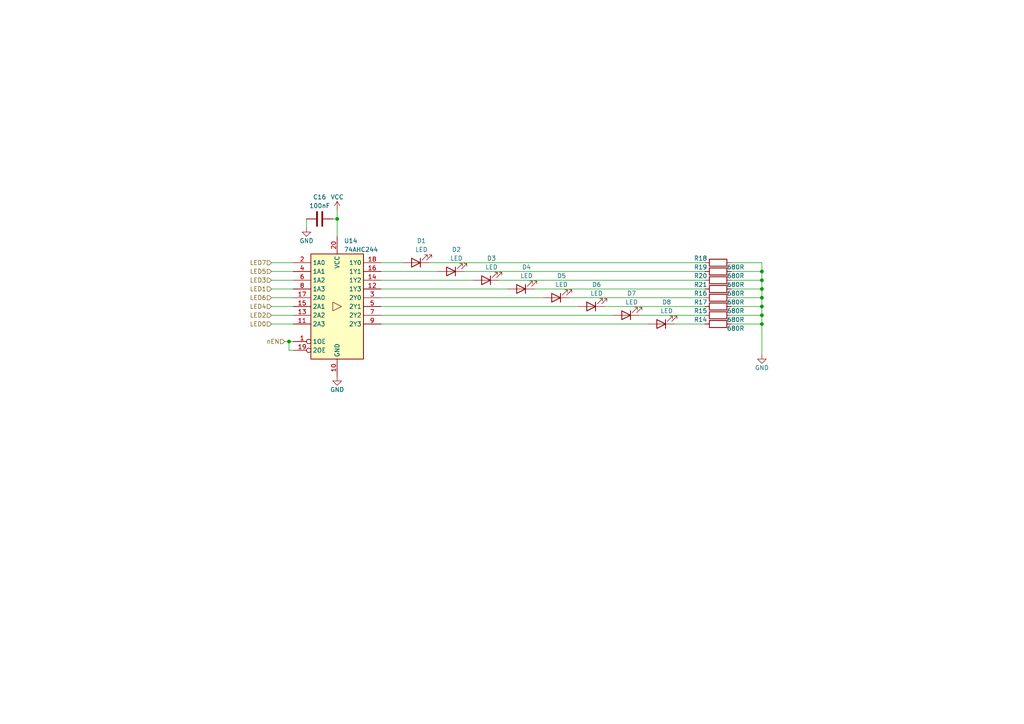
<source format=kicad_sch>
(kicad_sch (version 20230121) (generator eeschema)

  (uuid 545c9d6d-eef7-407d-8205-749828cf9da3)

  (paper "A4")

  (title_block
    (title "Paula's DCJ11 Hack")
    (date "2023-04-10")
    (rev "1.0")
  )

  (lib_symbols
    (symbol "74xx:74AHC244" (in_bom yes) (on_board yes)
      (property "Reference" "U" (at -7.62 16.51 0)
        (effects (font (size 1.27 1.27)))
      )
      (property "Value" "74AHC244" (at -7.62 -16.51 0)
        (effects (font (size 1.27 1.27)))
      )
      (property "Footprint" "" (at 0 0 0)
        (effects (font (size 1.27 1.27)) hide)
      )
      (property "Datasheet" "https://assets.nexperia.com/documents/data-sheet/74AHC_AHCT244.pdf" (at 0 0 0)
        (effects (font (size 1.27 1.27)) hide)
      )
      (property "ki_keywords" "AHCMOS BUFFER 3State" (at 0 0 0)
        (effects (font (size 1.27 1.27)) hide)
      )
      (property "ki_description" "8-bit Buffer/Line Driver 3-state" (at 0 0 0)
        (effects (font (size 1.27 1.27)) hide)
      )
      (property "ki_fp_filters" "TSSOP*4.4x6.5mm*P0.65mm* SSOP*4.4x6.5mm*P0.65mm*" (at 0 0 0)
        (effects (font (size 1.27 1.27)) hide)
      )
      (symbol "74AHC244_1_0"
        (polyline
          (pts
            (xy 1.27 0)
            (xy -1.27 1.27)
            (xy -1.27 -1.27)
            (xy 1.27 0)
          )
          (stroke (width 0.1524) (type default))
          (fill (type none))
        )
        (pin input inverted (at -12.7 -10.16 0) (length 5.08)
          (name "1OE" (effects (font (size 1.27 1.27))))
          (number "1" (effects (font (size 1.27 1.27))))
        )
        (pin power_in line (at 0 -20.32 90) (length 5.08)
          (name "GND" (effects (font (size 1.27 1.27))))
          (number "10" (effects (font (size 1.27 1.27))))
        )
        (pin input line (at -12.7 -5.08 0) (length 5.08)
          (name "2A3" (effects (font (size 1.27 1.27))))
          (number "11" (effects (font (size 1.27 1.27))))
        )
        (pin tri_state line (at 12.7 5.08 180) (length 5.08)
          (name "1Y3" (effects (font (size 1.27 1.27))))
          (number "12" (effects (font (size 1.27 1.27))))
        )
        (pin input line (at -12.7 -2.54 0) (length 5.08)
          (name "2A2" (effects (font (size 1.27 1.27))))
          (number "13" (effects (font (size 1.27 1.27))))
        )
        (pin tri_state line (at 12.7 7.62 180) (length 5.08)
          (name "1Y2" (effects (font (size 1.27 1.27))))
          (number "14" (effects (font (size 1.27 1.27))))
        )
        (pin input line (at -12.7 0 0) (length 5.08)
          (name "2A1" (effects (font (size 1.27 1.27))))
          (number "15" (effects (font (size 1.27 1.27))))
        )
        (pin tri_state line (at 12.7 10.16 180) (length 5.08)
          (name "1Y1" (effects (font (size 1.27 1.27))))
          (number "16" (effects (font (size 1.27 1.27))))
        )
        (pin input line (at -12.7 2.54 0) (length 5.08)
          (name "2A0" (effects (font (size 1.27 1.27))))
          (number "17" (effects (font (size 1.27 1.27))))
        )
        (pin tri_state line (at 12.7 12.7 180) (length 5.08)
          (name "1Y0" (effects (font (size 1.27 1.27))))
          (number "18" (effects (font (size 1.27 1.27))))
        )
        (pin input inverted (at -12.7 -12.7 0) (length 5.08)
          (name "2OE" (effects (font (size 1.27 1.27))))
          (number "19" (effects (font (size 1.27 1.27))))
        )
        (pin input line (at -12.7 12.7 0) (length 5.08)
          (name "1A0" (effects (font (size 1.27 1.27))))
          (number "2" (effects (font (size 1.27 1.27))))
        )
        (pin power_in line (at 0 20.32 270) (length 5.08)
          (name "VCC" (effects (font (size 1.27 1.27))))
          (number "20" (effects (font (size 1.27 1.27))))
        )
        (pin tri_state line (at 12.7 2.54 180) (length 5.08)
          (name "2Y0" (effects (font (size 1.27 1.27))))
          (number "3" (effects (font (size 1.27 1.27))))
        )
        (pin input line (at -12.7 10.16 0) (length 5.08)
          (name "1A1" (effects (font (size 1.27 1.27))))
          (number "4" (effects (font (size 1.27 1.27))))
        )
        (pin tri_state line (at 12.7 0 180) (length 5.08)
          (name "2Y1" (effects (font (size 1.27 1.27))))
          (number "5" (effects (font (size 1.27 1.27))))
        )
        (pin input line (at -12.7 7.62 0) (length 5.08)
          (name "1A2" (effects (font (size 1.27 1.27))))
          (number "6" (effects (font (size 1.27 1.27))))
        )
        (pin tri_state line (at 12.7 -2.54 180) (length 5.08)
          (name "2Y2" (effects (font (size 1.27 1.27))))
          (number "7" (effects (font (size 1.27 1.27))))
        )
        (pin input line (at -12.7 5.08 0) (length 5.08)
          (name "1A3" (effects (font (size 1.27 1.27))))
          (number "8" (effects (font (size 1.27 1.27))))
        )
        (pin tri_state line (at 12.7 -5.08 180) (length 5.08)
          (name "2Y3" (effects (font (size 1.27 1.27))))
          (number "9" (effects (font (size 1.27 1.27))))
        )
      )
      (symbol "74AHC244_1_1"
        (rectangle (start -7.62 15.24) (end 7.62 -15.24)
          (stroke (width 0.254) (type default))
          (fill (type background))
        )
      )
    )
    (symbol "Device:C" (pin_numbers hide) (pin_names (offset 0.254)) (in_bom yes) (on_board yes)
      (property "Reference" "C" (at 0.635 2.54 0)
        (effects (font (size 1.27 1.27)) (justify left))
      )
      (property "Value" "C" (at 0.635 -2.54 0)
        (effects (font (size 1.27 1.27)) (justify left))
      )
      (property "Footprint" "" (at 0.9652 -3.81 0)
        (effects (font (size 1.27 1.27)) hide)
      )
      (property "Datasheet" "~" (at 0 0 0)
        (effects (font (size 1.27 1.27)) hide)
      )
      (property "ki_keywords" "cap capacitor" (at 0 0 0)
        (effects (font (size 1.27 1.27)) hide)
      )
      (property "ki_description" "Unpolarized capacitor" (at 0 0 0)
        (effects (font (size 1.27 1.27)) hide)
      )
      (property "ki_fp_filters" "C_*" (at 0 0 0)
        (effects (font (size 1.27 1.27)) hide)
      )
      (symbol "C_0_1"
        (polyline
          (pts
            (xy -2.032 -0.762)
            (xy 2.032 -0.762)
          )
          (stroke (width 0.508) (type default))
          (fill (type none))
        )
        (polyline
          (pts
            (xy -2.032 0.762)
            (xy 2.032 0.762)
          )
          (stroke (width 0.508) (type default))
          (fill (type none))
        )
      )
      (symbol "C_1_1"
        (pin passive line (at 0 3.81 270) (length 2.794)
          (name "~" (effects (font (size 1.27 1.27))))
          (number "1" (effects (font (size 1.27 1.27))))
        )
        (pin passive line (at 0 -3.81 90) (length 2.794)
          (name "~" (effects (font (size 1.27 1.27))))
          (number "2" (effects (font (size 1.27 1.27))))
        )
      )
    )
    (symbol "Device:LED" (pin_numbers hide) (pin_names (offset 1.016) hide) (in_bom yes) (on_board yes)
      (property "Reference" "D" (at 0 2.54 0)
        (effects (font (size 1.27 1.27)))
      )
      (property "Value" "LED" (at 0 -2.54 0)
        (effects (font (size 1.27 1.27)))
      )
      (property "Footprint" "" (at 0 0 0)
        (effects (font (size 1.27 1.27)) hide)
      )
      (property "Datasheet" "~" (at 0 0 0)
        (effects (font (size 1.27 1.27)) hide)
      )
      (property "ki_keywords" "LED diode" (at 0 0 0)
        (effects (font (size 1.27 1.27)) hide)
      )
      (property "ki_description" "Light emitting diode" (at 0 0 0)
        (effects (font (size 1.27 1.27)) hide)
      )
      (property "ki_fp_filters" "LED* LED_SMD:* LED_THT:*" (at 0 0 0)
        (effects (font (size 1.27 1.27)) hide)
      )
      (symbol "LED_0_1"
        (polyline
          (pts
            (xy -1.27 -1.27)
            (xy -1.27 1.27)
          )
          (stroke (width 0.254) (type default))
          (fill (type none))
        )
        (polyline
          (pts
            (xy -1.27 0)
            (xy 1.27 0)
          )
          (stroke (width 0) (type default))
          (fill (type none))
        )
        (polyline
          (pts
            (xy 1.27 -1.27)
            (xy 1.27 1.27)
            (xy -1.27 0)
            (xy 1.27 -1.27)
          )
          (stroke (width 0.254) (type default))
          (fill (type none))
        )
        (polyline
          (pts
            (xy -3.048 -0.762)
            (xy -4.572 -2.286)
            (xy -3.81 -2.286)
            (xy -4.572 -2.286)
            (xy -4.572 -1.524)
          )
          (stroke (width 0) (type default))
          (fill (type none))
        )
        (polyline
          (pts
            (xy -1.778 -0.762)
            (xy -3.302 -2.286)
            (xy -2.54 -2.286)
            (xy -3.302 -2.286)
            (xy -3.302 -1.524)
          )
          (stroke (width 0) (type default))
          (fill (type none))
        )
      )
      (symbol "LED_1_1"
        (pin passive line (at -3.81 0 0) (length 2.54)
          (name "K" (effects (font (size 1.27 1.27))))
          (number "1" (effects (font (size 1.27 1.27))))
        )
        (pin passive line (at 3.81 0 180) (length 2.54)
          (name "A" (effects (font (size 1.27 1.27))))
          (number "2" (effects (font (size 1.27 1.27))))
        )
      )
    )
    (symbol "Device:R" (pin_numbers hide) (pin_names (offset 0)) (in_bom yes) (on_board yes)
      (property "Reference" "R" (at 2.032 0 90)
        (effects (font (size 1.27 1.27)))
      )
      (property "Value" "R" (at 0 0 90)
        (effects (font (size 1.27 1.27)))
      )
      (property "Footprint" "" (at -1.778 0 90)
        (effects (font (size 1.27 1.27)) hide)
      )
      (property "Datasheet" "~" (at 0 0 0)
        (effects (font (size 1.27 1.27)) hide)
      )
      (property "ki_keywords" "R res resistor" (at 0 0 0)
        (effects (font (size 1.27 1.27)) hide)
      )
      (property "ki_description" "Resistor" (at 0 0 0)
        (effects (font (size 1.27 1.27)) hide)
      )
      (property "ki_fp_filters" "R_*" (at 0 0 0)
        (effects (font (size 1.27 1.27)) hide)
      )
      (symbol "R_0_1"
        (rectangle (start -1.016 -2.54) (end 1.016 2.54)
          (stroke (width 0.254) (type default))
          (fill (type none))
        )
      )
      (symbol "R_1_1"
        (pin passive line (at 0 3.81 270) (length 1.27)
          (name "~" (effects (font (size 1.27 1.27))))
          (number "1" (effects (font (size 1.27 1.27))))
        )
        (pin passive line (at 0 -3.81 90) (length 1.27)
          (name "~" (effects (font (size 1.27 1.27))))
          (number "2" (effects (font (size 1.27 1.27))))
        )
      )
    )
    (symbol "power:GND" (power) (pin_names (offset 0)) (in_bom yes) (on_board yes)
      (property "Reference" "#PWR" (at 0 -6.35 0)
        (effects (font (size 1.27 1.27)) hide)
      )
      (property "Value" "GND" (at 0 -3.81 0)
        (effects (font (size 1.27 1.27)))
      )
      (property "Footprint" "" (at 0 0 0)
        (effects (font (size 1.27 1.27)) hide)
      )
      (property "Datasheet" "" (at 0 0 0)
        (effects (font (size 1.27 1.27)) hide)
      )
      (property "ki_keywords" "global power" (at 0 0 0)
        (effects (font (size 1.27 1.27)) hide)
      )
      (property "ki_description" "Power symbol creates a global label with name \"GND\" , ground" (at 0 0 0)
        (effects (font (size 1.27 1.27)) hide)
      )
      (symbol "GND_0_1"
        (polyline
          (pts
            (xy 0 0)
            (xy 0 -1.27)
            (xy 1.27 -1.27)
            (xy 0 -2.54)
            (xy -1.27 -1.27)
            (xy 0 -1.27)
          )
          (stroke (width 0) (type default))
          (fill (type none))
        )
      )
      (symbol "GND_1_1"
        (pin power_in line (at 0 0 270) (length 0) hide
          (name "GND" (effects (font (size 1.27 1.27))))
          (number "1" (effects (font (size 1.27 1.27))))
        )
      )
    )
    (symbol "power:VCC" (power) (pin_names (offset 0)) (in_bom yes) (on_board yes)
      (property "Reference" "#PWR" (at 0 -3.81 0)
        (effects (font (size 1.27 1.27)) hide)
      )
      (property "Value" "VCC" (at 0 3.81 0)
        (effects (font (size 1.27 1.27)))
      )
      (property "Footprint" "" (at 0 0 0)
        (effects (font (size 1.27 1.27)) hide)
      )
      (property "Datasheet" "" (at 0 0 0)
        (effects (font (size 1.27 1.27)) hide)
      )
      (property "ki_keywords" "global power" (at 0 0 0)
        (effects (font (size 1.27 1.27)) hide)
      )
      (property "ki_description" "Power symbol creates a global label with name \"VCC\"" (at 0 0 0)
        (effects (font (size 1.27 1.27)) hide)
      )
      (symbol "VCC_0_1"
        (polyline
          (pts
            (xy -0.762 1.27)
            (xy 0 2.54)
          )
          (stroke (width 0) (type default))
          (fill (type none))
        )
        (polyline
          (pts
            (xy 0 0)
            (xy 0 2.54)
          )
          (stroke (width 0) (type default))
          (fill (type none))
        )
        (polyline
          (pts
            (xy 0 2.54)
            (xy 0.762 1.27)
          )
          (stroke (width 0) (type default))
          (fill (type none))
        )
      )
      (symbol "VCC_1_1"
        (pin power_in line (at 0 0 90) (length 0) hide
          (name "VCC" (effects (font (size 1.27 1.27))))
          (number "1" (effects (font (size 1.27 1.27))))
        )
      )
    )
  )

  (junction (at 220.98 86.36) (diameter 0) (color 0 0 0 0)
    (uuid 03442bdd-675c-43c3-ad2d-3ab0dd8d1ef1)
  )
  (junction (at 83.82 99.06) (diameter 0) (color 0 0 0 0)
    (uuid 0a1e58a1-4193-4367-a6dc-db7396e88218)
  )
  (junction (at 220.98 78.74) (diameter 0) (color 0 0 0 0)
    (uuid 0cb55fd7-5496-4530-8e14-094335f07e15)
  )
  (junction (at 97.79 63.5) (diameter 0) (color 0 0 0 0)
    (uuid 6a5048d9-a778-4e06-80ed-89db1f44566c)
  )
  (junction (at 220.98 81.28) (diameter 0) (color 0 0 0 0)
    (uuid 8b18d4b6-1a26-4f80-9269-888096124a7c)
  )
  (junction (at 220.98 83.82) (diameter 0) (color 0 0 0 0)
    (uuid d3626cc0-6c2a-4c60-b1fb-24e915d1e858)
  )
  (junction (at 220.98 91.44) (diameter 0) (color 0 0 0 0)
    (uuid d5ec8a30-ef72-47f9-8c52-9897a696aca9)
  )
  (junction (at 220.98 88.9) (diameter 0) (color 0 0 0 0)
    (uuid e8893f87-9caf-4bc0-b477-5e2249b2a56b)
  )
  (junction (at 220.98 93.98) (diameter 0) (color 0 0 0 0)
    (uuid e9c43558-56a7-47e5-9e6d-fa94d9720058)
  )

  (wire (pts (xy 96.52 63.5) (xy 97.79 63.5))
    (stroke (width 0) (type default))
    (uuid 0ae54607-b446-4ec0-8419-64aa0e1382fd)
  )
  (wire (pts (xy 195.58 93.98) (xy 204.47 93.98))
    (stroke (width 0) (type default))
    (uuid 1208dac9-c498-4055-9e4a-0919f908d49d)
  )
  (wire (pts (xy 220.98 86.36) (xy 220.98 88.9))
    (stroke (width 0) (type default))
    (uuid 1af4031c-a2c3-4e03-bcbe-86fad6556c71)
  )
  (wire (pts (xy 97.79 60.96) (xy 97.79 63.5))
    (stroke (width 0) (type default))
    (uuid 216a7d18-66dc-4d91-97bb-8bedfb7b0109)
  )
  (wire (pts (xy 212.09 78.74) (xy 220.98 78.74))
    (stroke (width 0) (type default))
    (uuid 2d2ac5a0-f09f-44b1-b2ff-1ff9e83286d4)
  )
  (wire (pts (xy 78.74 88.9) (xy 85.09 88.9))
    (stroke (width 0) (type default))
    (uuid 2d7d24eb-9aef-4285-9f64-f2f95449ea86)
  )
  (wire (pts (xy 110.49 91.44) (xy 177.8 91.44))
    (stroke (width 0) (type default))
    (uuid 2fb5e771-4af9-40f5-9449-8c12fe12e603)
  )
  (wire (pts (xy 110.49 93.98) (xy 187.96 93.98))
    (stroke (width 0) (type default))
    (uuid 31076894-ab38-48df-8d1f-94b8fef89a33)
  )
  (wire (pts (xy 212.09 76.2) (xy 220.98 76.2))
    (stroke (width 0) (type default))
    (uuid 33a60f87-84c7-4ed6-adbc-fef5f57f8cc3)
  )
  (wire (pts (xy 97.79 63.5) (xy 97.79 68.58))
    (stroke (width 0) (type default))
    (uuid 3a85d899-3836-417a-8a40-8cef4f0ebfe7)
  )
  (wire (pts (xy 175.26 88.9) (xy 204.47 88.9))
    (stroke (width 0) (type default))
    (uuid 3b973fea-25da-4b6a-8a34-d6158a6871db)
  )
  (wire (pts (xy 220.98 88.9) (xy 220.98 91.44))
    (stroke (width 0) (type default))
    (uuid 3c6247dd-6c18-4903-b057-2ced68dc9597)
  )
  (wire (pts (xy 78.74 76.2) (xy 85.09 76.2))
    (stroke (width 0) (type default))
    (uuid 3d481cfb-e907-40f8-bfbb-c77b6ffcecd0)
  )
  (wire (pts (xy 78.74 81.28) (xy 85.09 81.28))
    (stroke (width 0) (type default))
    (uuid 515e79b9-e2eb-4af6-bea1-b385aa107a2a)
  )
  (wire (pts (xy 212.09 86.36) (xy 220.98 86.36))
    (stroke (width 0) (type default))
    (uuid 53a08a85-6f64-4399-a53c-53e4e9699a80)
  )
  (wire (pts (xy 212.09 81.28) (xy 220.98 81.28))
    (stroke (width 0) (type default))
    (uuid 5962256d-f3a4-49fa-96ca-97e8c18bc5f6)
  )
  (wire (pts (xy 220.98 78.74) (xy 220.98 81.28))
    (stroke (width 0) (type default))
    (uuid 5e969a9e-c90b-477f-875e-50c11579a674)
  )
  (wire (pts (xy 185.42 91.44) (xy 204.47 91.44))
    (stroke (width 0) (type default))
    (uuid 648ea332-0da2-46f1-81ca-be50b58ef45b)
  )
  (wire (pts (xy 220.98 93.98) (xy 220.98 102.87))
    (stroke (width 0) (type default))
    (uuid 65323c1c-38ca-4abe-9eb2-42a5bfeada7e)
  )
  (wire (pts (xy 78.74 83.82) (xy 85.09 83.82))
    (stroke (width 0) (type default))
    (uuid 665be007-0a86-46bb-b58b-9cceebb1ded8)
  )
  (wire (pts (xy 220.98 81.28) (xy 220.98 83.82))
    (stroke (width 0) (type default))
    (uuid 690bee50-a786-477c-8606-9fcc30ef6451)
  )
  (wire (pts (xy 110.49 76.2) (xy 116.84 76.2))
    (stroke (width 0) (type default))
    (uuid 71805ecf-0515-47cc-9a71-4b38ac6ae3cd)
  )
  (wire (pts (xy 220.98 91.44) (xy 220.98 93.98))
    (stroke (width 0) (type default))
    (uuid 75ec6478-5cf0-4fcc-9a4f-93daf9ae8165)
  )
  (wire (pts (xy 78.74 78.74) (xy 85.09 78.74))
    (stroke (width 0) (type default))
    (uuid 837474a3-677d-448b-abec-f50f0d237a59)
  )
  (wire (pts (xy 85.09 101.6) (xy 83.82 101.6))
    (stroke (width 0) (type default))
    (uuid 8e933dea-f9c1-4936-8d5a-fcfcd616fc74)
  )
  (wire (pts (xy 82.55 99.06) (xy 83.82 99.06))
    (stroke (width 0) (type default))
    (uuid 96b263af-e95f-45ae-ae0c-c7376cdf670e)
  )
  (wire (pts (xy 78.74 93.98) (xy 85.09 93.98))
    (stroke (width 0) (type default))
    (uuid 9c8e7897-b60f-43db-a6dc-eac6072d4ba5)
  )
  (wire (pts (xy 83.82 99.06) (xy 85.09 99.06))
    (stroke (width 0) (type default))
    (uuid 9f7e5846-f198-4216-9301-9dbbb6b5fad6)
  )
  (wire (pts (xy 212.09 83.82) (xy 220.98 83.82))
    (stroke (width 0) (type default))
    (uuid a07e4eae-03ca-4255-b14f-56b62c97992d)
  )
  (wire (pts (xy 144.78 81.28) (xy 204.47 81.28))
    (stroke (width 0) (type default))
    (uuid a1626eb1-242b-4fdf-b592-c9ec5f2e2ffb)
  )
  (wire (pts (xy 212.09 93.98) (xy 220.98 93.98))
    (stroke (width 0) (type default))
    (uuid a1ca9a13-3deb-4de2-9a45-48cc239103cb)
  )
  (wire (pts (xy 110.49 81.28) (xy 137.16 81.28))
    (stroke (width 0) (type default))
    (uuid ab182466-9bc7-45bd-ab25-d9c8de6c54b6)
  )
  (wire (pts (xy 212.09 91.44) (xy 220.98 91.44))
    (stroke (width 0) (type default))
    (uuid ab97f0fc-d461-4de6-b5ab-e39b72f89c09)
  )
  (wire (pts (xy 78.74 91.44) (xy 85.09 91.44))
    (stroke (width 0) (type default))
    (uuid aee7daf5-1974-4f97-85dc-d6a1536a44fe)
  )
  (wire (pts (xy 220.98 83.82) (xy 220.98 86.36))
    (stroke (width 0) (type default))
    (uuid b449b597-33ff-411f-a3b2-e68cd125f86e)
  )
  (wire (pts (xy 110.49 78.74) (xy 127 78.74))
    (stroke (width 0) (type default))
    (uuid b455979d-3071-4a0e-be24-0a8bc895d7f1)
  )
  (wire (pts (xy 134.62 78.74) (xy 204.47 78.74))
    (stroke (width 0) (type default))
    (uuid b768c0da-8b7d-405b-81c6-e2d8e8c6afbf)
  )
  (wire (pts (xy 110.49 86.36) (xy 157.48 86.36))
    (stroke (width 0) (type default))
    (uuid c18717ba-da24-4f38-8c9b-0662fd409b84)
  )
  (wire (pts (xy 83.82 101.6) (xy 83.82 99.06))
    (stroke (width 0) (type default))
    (uuid c6f0a1ee-bf6a-4afc-98b9-5e1b2e597ff5)
  )
  (wire (pts (xy 124.46 76.2) (xy 204.47 76.2))
    (stroke (width 0) (type default))
    (uuid c84b229a-9a1a-4879-9a30-e20c92f45b52)
  )
  (wire (pts (xy 165.1 86.36) (xy 204.47 86.36))
    (stroke (width 0) (type default))
    (uuid cae88774-43e1-4527-b29e-de5578c92ac0)
  )
  (wire (pts (xy 110.49 88.9) (xy 167.64 88.9))
    (stroke (width 0) (type default))
    (uuid d8bae026-aee1-49b3-87f9-0df012afd79e)
  )
  (wire (pts (xy 220.98 76.2) (xy 220.98 78.74))
    (stroke (width 0) (type default))
    (uuid df12b2e7-c023-472c-a036-9e6204ad8cd1)
  )
  (wire (pts (xy 78.74 86.36) (xy 85.09 86.36))
    (stroke (width 0) (type default))
    (uuid e1681f9e-5ccb-455f-82d9-5a3d70308fb9)
  )
  (wire (pts (xy 212.09 88.9) (xy 220.98 88.9))
    (stroke (width 0) (type default))
    (uuid e5cfd4c9-ba6f-4af5-bc6a-e9c05592f435)
  )
  (wire (pts (xy 154.94 83.82) (xy 204.47 83.82))
    (stroke (width 0) (type default))
    (uuid f601bc5d-c0c4-4871-bc60-959ec0a9f418)
  )
  (wire (pts (xy 110.49 83.82) (xy 147.32 83.82))
    (stroke (width 0) (type default))
    (uuid f6874ffd-21c3-44f2-b912-183bc0b21fae)
  )
  (wire (pts (xy 88.9 63.5) (xy 88.9 66.04))
    (stroke (width 0) (type default))
    (uuid fec82f71-5420-4393-a92b-5a5e87057a0d)
  )

  (hierarchical_label "LED3" (shape input) (at 78.74 81.28 180) (fields_autoplaced)
    (effects (font (size 1.27 1.27)) (justify right))
    (uuid 2726cbbf-36f7-4643-8cf7-1ac30498daea)
  )
  (hierarchical_label "LED4" (shape input) (at 78.74 88.9 180) (fields_autoplaced)
    (effects (font (size 1.27 1.27)) (justify right))
    (uuid 3a7097fa-c5e3-4da2-a66d-2d4b1db74a99)
  )
  (hierarchical_label "LED1" (shape input) (at 78.74 83.82 180) (fields_autoplaced)
    (effects (font (size 1.27 1.27)) (justify right))
    (uuid 6aff2af5-7b68-4e82-a926-24832ccd0a7e)
  )
  (hierarchical_label "LED6" (shape input) (at 78.74 86.36 180) (fields_autoplaced)
    (effects (font (size 1.27 1.27)) (justify right))
    (uuid 76d6edfd-1785-4697-9d2c-a66cb89f19b0)
  )
  (hierarchical_label "LED0" (shape input) (at 78.74 93.98 180) (fields_autoplaced)
    (effects (font (size 1.27 1.27)) (justify right))
    (uuid 812c0f13-dc7b-4ed8-b795-5c87fa244f2d)
  )
  (hierarchical_label "LED5" (shape input) (at 78.74 78.74 180) (fields_autoplaced)
    (effects (font (size 1.27 1.27)) (justify right))
    (uuid a0603183-5990-4149-8433-91c5b3ccf3f1)
  )
  (hierarchical_label "LED2" (shape input) (at 78.74 91.44 180) (fields_autoplaced)
    (effects (font (size 1.27 1.27)) (justify right))
    (uuid b00dc0dd-9ea4-4faf-870b-6a53ea479fa2)
  )
  (hierarchical_label "LED7" (shape input) (at 78.74 76.2 180) (fields_autoplaced)
    (effects (font (size 1.27 1.27)) (justify right))
    (uuid b76e7dab-266b-43e3-a4f8-0771a2240e98)
  )
  (hierarchical_label "nEN" (shape input) (at 82.55 99.06 180) (fields_autoplaced)
    (effects (font (size 1.27 1.27)) (justify right))
    (uuid ec4afa24-9b92-46c6-91f1-3e38770992c3)
  )

  (symbol (lib_id "Device:R") (at 208.28 86.36 90) (unit 1)
    (in_bom yes) (on_board yes) (dnp no)
    (uuid 33aead11-8bf8-413f-9466-57d402e55bd4)
    (property "Reference" "R16" (at 203.2 85.09 90)
      (effects (font (size 1.27 1.27)))
    )
    (property "Value" "680R" (at 213.36 87.63 90)
      (effects (font (size 1.27 1.27)))
    )
    (property "Footprint" "Resistor_SMD:R_0603_1608Metric_Pad0.98x0.95mm_HandSolder" (at 208.28 88.138 90)
      (effects (font (size 1.27 1.27)) hide)
    )
    (property "Datasheet" "~" (at 208.28 86.36 0)
      (effects (font (size 1.27 1.27)) hide)
    )
    (pin "1" (uuid 793fb4f3-256b-4af8-bdda-2ab15062072f))
    (pin "2" (uuid 1c2fd8bf-fb75-454e-9681-c183c5fc29dd))
    (instances
      (project "J11HackPlus"
        (path "/892b6a29-554f-4547-9bb6-4be0a5471889/3f0f0fd8-f750-4fce-9e38-d23ddbc58b1c"
          (reference "R16") (unit 1)
        )
        (path "/892b6a29-554f-4547-9bb6-4be0a5471889/fda53b4e-6d8e-483b-b033-5eae1bb403b6"
          (reference "R34") (unit 1)
        )
        (path "/892b6a29-554f-4547-9bb6-4be0a5471889/be5cb806-e447-4146-b753-64e141732362"
          (reference "R50") (unit 1)
        )
        (path "/892b6a29-554f-4547-9bb6-4be0a5471889/d22a2d49-2056-412a-80a8-5026e39d78b5"
          (reference "R42") (unit 1)
        )
        (path "/892b6a29-554f-4547-9bb6-4be0a5471889/b52111c2-2c91-4fbd-a551-f27746ca2680"
          (reference "R58") (unit 1)
        )
      )
    )
  )

  (symbol (lib_id "Device:LED") (at 161.29 86.36 180) (unit 1)
    (in_bom yes) (on_board yes) (dnp no) (fields_autoplaced)
    (uuid 36fd602c-6e37-435b-9d2f-0e75aab272a3)
    (property "Reference" "D5" (at 162.8775 80.01 0)
      (effects (font (size 1.27 1.27)))
    )
    (property "Value" "LED" (at 162.8775 82.55 0)
      (effects (font (size 1.27 1.27)))
    )
    (property "Footprint" "LED_SMD:LED_0805_2012Metric_Pad1.15x1.40mm_HandSolder" (at 161.29 86.36 0)
      (effects (font (size 1.27 1.27)) hide)
    )
    (property "Datasheet" "~" (at 161.29 86.36 0)
      (effects (font (size 1.27 1.27)) hide)
    )
    (pin "1" (uuid 5ad35d53-8846-4cc8-a10b-316435b35390))
    (pin "2" (uuid a13d1b9f-e669-43c0-9541-cac62c658286))
    (instances
      (project "J11HackPlus"
        (path "/892b6a29-554f-4547-9bb6-4be0a5471889/3f0f0fd8-f750-4fce-9e38-d23ddbc58b1c"
          (reference "D5") (unit 1)
        )
        (path "/892b6a29-554f-4547-9bb6-4be0a5471889/fda53b4e-6d8e-483b-b033-5eae1bb403b6"
          (reference "D21") (unit 1)
        )
        (path "/892b6a29-554f-4547-9bb6-4be0a5471889/be5cb806-e447-4146-b753-64e141732362"
          (reference "D37") (unit 1)
        )
        (path "/892b6a29-554f-4547-9bb6-4be0a5471889/d22a2d49-2056-412a-80a8-5026e39d78b5"
          (reference "D29") (unit 1)
        )
        (path "/892b6a29-554f-4547-9bb6-4be0a5471889/b52111c2-2c91-4fbd-a551-f27746ca2680"
          (reference "D45") (unit 1)
        )
      )
    )
  )

  (symbol (lib_id "Device:R") (at 208.28 76.2 90) (unit 1)
    (in_bom yes) (on_board yes) (dnp no)
    (uuid 3e9588da-b97e-44ec-a42b-e5a7979f5520)
    (property "Reference" "R18" (at 203.2 74.93 90)
      (effects (font (size 1.27 1.27)))
    )
    (property "Value" "680R" (at 213.36 77.47 90)
      (effects (font (size 1.27 1.27)))
    )
    (property "Footprint" "Resistor_SMD:R_0603_1608Metric_Pad0.98x0.95mm_HandSolder" (at 208.28 77.978 90)
      (effects (font (size 1.27 1.27)) hide)
    )
    (property "Datasheet" "~" (at 208.28 76.2 0)
      (effects (font (size 1.27 1.27)) hide)
    )
    (pin "1" (uuid 3f80abc5-3c88-4a1a-85f5-9039767cb62f))
    (pin "2" (uuid 73db96f2-167f-431e-bd77-0be949f1bc9c))
    (instances
      (project "J11HackPlus"
        (path "/892b6a29-554f-4547-9bb6-4be0a5471889/3f0f0fd8-f750-4fce-9e38-d23ddbc58b1c"
          (reference "R18") (unit 1)
        )
        (path "/892b6a29-554f-4547-9bb6-4be0a5471889/fda53b4e-6d8e-483b-b033-5eae1bb403b6"
          (reference "R30") (unit 1)
        )
        (path "/892b6a29-554f-4547-9bb6-4be0a5471889/be5cb806-e447-4146-b753-64e141732362"
          (reference "R46") (unit 1)
        )
        (path "/892b6a29-554f-4547-9bb6-4be0a5471889/d22a2d49-2056-412a-80a8-5026e39d78b5"
          (reference "R38") (unit 1)
        )
        (path "/892b6a29-554f-4547-9bb6-4be0a5471889/b52111c2-2c91-4fbd-a551-f27746ca2680"
          (reference "R54") (unit 1)
        )
      )
    )
  )

  (symbol (lib_id "Device:LED") (at 181.61 91.44 180) (unit 1)
    (in_bom yes) (on_board yes) (dnp no) (fields_autoplaced)
    (uuid 45c6c769-0d2d-4207-bbcb-cd409b3857fd)
    (property "Reference" "D7" (at 183.1975 85.09 0)
      (effects (font (size 1.27 1.27)))
    )
    (property "Value" "LED" (at 183.1975 87.63 0)
      (effects (font (size 1.27 1.27)))
    )
    (property "Footprint" "LED_SMD:LED_0805_2012Metric_Pad1.15x1.40mm_HandSolder" (at 181.61 91.44 0)
      (effects (font (size 1.27 1.27)) hide)
    )
    (property "Datasheet" "~" (at 181.61 91.44 0)
      (effects (font (size 1.27 1.27)) hide)
    )
    (pin "1" (uuid ba948ee9-6bf9-4afc-83a1-350e1ecf82ce))
    (pin "2" (uuid e9400941-3b6b-4924-a647-2848bf846f17))
    (instances
      (project "J11HackPlus"
        (path "/892b6a29-554f-4547-9bb6-4be0a5471889/3f0f0fd8-f750-4fce-9e38-d23ddbc58b1c"
          (reference "D7") (unit 1)
        )
        (path "/892b6a29-554f-4547-9bb6-4be0a5471889/fda53b4e-6d8e-483b-b033-5eae1bb403b6"
          (reference "D23") (unit 1)
        )
        (path "/892b6a29-554f-4547-9bb6-4be0a5471889/be5cb806-e447-4146-b753-64e141732362"
          (reference "D39") (unit 1)
        )
        (path "/892b6a29-554f-4547-9bb6-4be0a5471889/d22a2d49-2056-412a-80a8-5026e39d78b5"
          (reference "D31") (unit 1)
        )
        (path "/892b6a29-554f-4547-9bb6-4be0a5471889/b52111c2-2c91-4fbd-a551-f27746ca2680"
          (reference "D47") (unit 1)
        )
      )
    )
  )

  (symbol (lib_id "power:VCC") (at 97.79 60.96 0) (unit 1)
    (in_bom yes) (on_board yes) (dnp no) (fields_autoplaced)
    (uuid 6ea11bb1-e17e-412d-ba78-bd710f5ee4d3)
    (property "Reference" "#PWR073" (at 97.79 64.77 0)
      (effects (font (size 1.27 1.27)) hide)
    )
    (property "Value" "VCC" (at 97.79 57.15 0)
      (effects (font (size 1.27 1.27)))
    )
    (property "Footprint" "" (at 97.79 60.96 0)
      (effects (font (size 1.27 1.27)) hide)
    )
    (property "Datasheet" "" (at 97.79 60.96 0)
      (effects (font (size 1.27 1.27)) hide)
    )
    (pin "1" (uuid d66130b5-4c2a-46ce-89b0-b8c5c3364e1e))
    (instances
      (project "J11HackPlus"
        (path "/892b6a29-554f-4547-9bb6-4be0a5471889"
          (reference "#PWR073") (unit 1)
        )
        (path "/892b6a29-554f-4547-9bb6-4be0a5471889/3f0f0fd8-f750-4fce-9e38-d23ddbc58b1c"
          (reference "#PWR099") (unit 1)
        )
        (path "/892b6a29-554f-4547-9bb6-4be0a5471889/fda53b4e-6d8e-483b-b033-5eae1bb403b6"
          (reference "#PWR0107") (unit 1)
        )
        (path "/892b6a29-554f-4547-9bb6-4be0a5471889/be5cb806-e447-4146-b753-64e141732362"
          (reference "#PWR0115") (unit 1)
        )
        (path "/892b6a29-554f-4547-9bb6-4be0a5471889/d22a2d49-2056-412a-80a8-5026e39d78b5"
          (reference "#PWR0111") (unit 1)
        )
        (path "/892b6a29-554f-4547-9bb6-4be0a5471889/b52111c2-2c91-4fbd-a551-f27746ca2680"
          (reference "#PWR0119") (unit 1)
        )
      )
    )
  )

  (symbol (lib_id "power:GND") (at 88.9 66.04 0) (unit 1)
    (in_bom yes) (on_board yes) (dnp no)
    (uuid 7ab2a067-0e99-45f0-b275-c0aae87a69f0)
    (property "Reference" "#PWR072" (at 88.9 72.39 0)
      (effects (font (size 1.27 1.27)) hide)
    )
    (property "Value" "GND" (at 88.9 69.85 0)
      (effects (font (size 1.27 1.27)))
    )
    (property "Footprint" "" (at 88.9 66.04 0)
      (effects (font (size 1.27 1.27)) hide)
    )
    (property "Datasheet" "" (at 88.9 66.04 0)
      (effects (font (size 1.27 1.27)) hide)
    )
    (pin "1" (uuid 95029ee7-ed17-471d-b93b-18daa90c03ad))
    (instances
      (project "J11HackPlus"
        (path "/892b6a29-554f-4547-9bb6-4be0a5471889"
          (reference "#PWR072") (unit 1)
        )
        (path "/892b6a29-554f-4547-9bb6-4be0a5471889/3f0f0fd8-f750-4fce-9e38-d23ddbc58b1c"
          (reference "#PWR098") (unit 1)
        )
        (path "/892b6a29-554f-4547-9bb6-4be0a5471889/fda53b4e-6d8e-483b-b033-5eae1bb403b6"
          (reference "#PWR0106") (unit 1)
        )
        (path "/892b6a29-554f-4547-9bb6-4be0a5471889/be5cb806-e447-4146-b753-64e141732362"
          (reference "#PWR0114") (unit 1)
        )
        (path "/892b6a29-554f-4547-9bb6-4be0a5471889/d22a2d49-2056-412a-80a8-5026e39d78b5"
          (reference "#PWR0110") (unit 1)
        )
        (path "/892b6a29-554f-4547-9bb6-4be0a5471889/b52111c2-2c91-4fbd-a551-f27746ca2680"
          (reference "#PWR0118") (unit 1)
        )
      )
    )
  )

  (symbol (lib_id "power:GND") (at 220.98 102.87 0) (unit 1)
    (in_bom yes) (on_board yes) (dnp no)
    (uuid 8447a309-368d-4ace-b5d9-16c7c49f395f)
    (property "Reference" "#PWR072" (at 220.98 109.22 0)
      (effects (font (size 1.27 1.27)) hide)
    )
    (property "Value" "GND" (at 220.98 106.68 0)
      (effects (font (size 1.27 1.27)))
    )
    (property "Footprint" "" (at 220.98 102.87 0)
      (effects (font (size 1.27 1.27)) hide)
    )
    (property "Datasheet" "" (at 220.98 102.87 0)
      (effects (font (size 1.27 1.27)) hide)
    )
    (pin "1" (uuid 27dc2d09-f1df-4556-891e-d77a57e70943))
    (instances
      (project "J11HackPlus"
        (path "/892b6a29-554f-4547-9bb6-4be0a5471889"
          (reference "#PWR072") (unit 1)
        )
        (path "/892b6a29-554f-4547-9bb6-4be0a5471889/3f0f0fd8-f750-4fce-9e38-d23ddbc58b1c"
          (reference "#PWR0101") (unit 1)
        )
        (path "/892b6a29-554f-4547-9bb6-4be0a5471889/fda53b4e-6d8e-483b-b033-5eae1bb403b6"
          (reference "#PWR0109") (unit 1)
        )
        (path "/892b6a29-554f-4547-9bb6-4be0a5471889/be5cb806-e447-4146-b753-64e141732362"
          (reference "#PWR0117") (unit 1)
        )
        (path "/892b6a29-554f-4547-9bb6-4be0a5471889/d22a2d49-2056-412a-80a8-5026e39d78b5"
          (reference "#PWR0113") (unit 1)
        )
        (path "/892b6a29-554f-4547-9bb6-4be0a5471889/b52111c2-2c91-4fbd-a551-f27746ca2680"
          (reference "#PWR0121") (unit 1)
        )
      )
    )
  )

  (symbol (lib_id "Device:LED") (at 120.65 76.2 180) (unit 1)
    (in_bom yes) (on_board yes) (dnp no) (fields_autoplaced)
    (uuid 8466f52f-e76e-4f89-9f62-4f8ac9101053)
    (property "Reference" "D1" (at 122.2375 69.85 0)
      (effects (font (size 1.27 1.27)))
    )
    (property "Value" "LED" (at 122.2375 72.39 0)
      (effects (font (size 1.27 1.27)))
    )
    (property "Footprint" "LED_SMD:LED_0805_2012Metric_Pad1.15x1.40mm_HandSolder" (at 120.65 76.2 0)
      (effects (font (size 1.27 1.27)) hide)
    )
    (property "Datasheet" "~" (at 120.65 76.2 0)
      (effects (font (size 1.27 1.27)) hide)
    )
    (pin "1" (uuid 8d07e781-1d7c-4311-bde3-c0da3fae3694))
    (pin "2" (uuid c7af414b-85f5-41f8-aefb-c10a6a3f2ed4))
    (instances
      (project "J11HackPlus"
        (path "/892b6a29-554f-4547-9bb6-4be0a5471889/3f0f0fd8-f750-4fce-9e38-d23ddbc58b1c"
          (reference "D1") (unit 1)
        )
        (path "/892b6a29-554f-4547-9bb6-4be0a5471889/fda53b4e-6d8e-483b-b033-5eae1bb403b6"
          (reference "D17") (unit 1)
        )
        (path "/892b6a29-554f-4547-9bb6-4be0a5471889/be5cb806-e447-4146-b753-64e141732362"
          (reference "D33") (unit 1)
        )
        (path "/892b6a29-554f-4547-9bb6-4be0a5471889/d22a2d49-2056-412a-80a8-5026e39d78b5"
          (reference "D25") (unit 1)
        )
        (path "/892b6a29-554f-4547-9bb6-4be0a5471889/b52111c2-2c91-4fbd-a551-f27746ca2680"
          (reference "D41") (unit 1)
        )
      )
    )
  )

  (symbol (lib_id "Device:R") (at 208.28 78.74 90) (unit 1)
    (in_bom yes) (on_board yes) (dnp no)
    (uuid 9aa8553f-a852-4e3a-8f84-42c65f21956f)
    (property "Reference" "R19" (at 203.2 77.47 90)
      (effects (font (size 1.27 1.27)))
    )
    (property "Value" "680R" (at 213.36 80.01 90)
      (effects (font (size 1.27 1.27)))
    )
    (property "Footprint" "Resistor_SMD:R_0603_1608Metric_Pad0.98x0.95mm_HandSolder" (at 208.28 80.518 90)
      (effects (font (size 1.27 1.27)) hide)
    )
    (property "Datasheet" "~" (at 208.28 78.74 0)
      (effects (font (size 1.27 1.27)) hide)
    )
    (pin "1" (uuid eaf5edd5-a14a-4746-b67e-d4e95637a3f0))
    (pin "2" (uuid dd133e54-cce9-4d43-a01f-e333ae49a666))
    (instances
      (project "J11HackPlus"
        (path "/892b6a29-554f-4547-9bb6-4be0a5471889/3f0f0fd8-f750-4fce-9e38-d23ddbc58b1c"
          (reference "R19") (unit 1)
        )
        (path "/892b6a29-554f-4547-9bb6-4be0a5471889/fda53b4e-6d8e-483b-b033-5eae1bb403b6"
          (reference "R31") (unit 1)
        )
        (path "/892b6a29-554f-4547-9bb6-4be0a5471889/be5cb806-e447-4146-b753-64e141732362"
          (reference "R47") (unit 1)
        )
        (path "/892b6a29-554f-4547-9bb6-4be0a5471889/d22a2d49-2056-412a-80a8-5026e39d78b5"
          (reference "R39") (unit 1)
        )
        (path "/892b6a29-554f-4547-9bb6-4be0a5471889/b52111c2-2c91-4fbd-a551-f27746ca2680"
          (reference "R55") (unit 1)
        )
      )
    )
  )

  (symbol (lib_id "Device:LED") (at 171.45 88.9 180) (unit 1)
    (in_bom yes) (on_board yes) (dnp no) (fields_autoplaced)
    (uuid a2eb067b-d2f4-4c30-a484-fa30aba55099)
    (property "Reference" "D6" (at 173.0375 82.55 0)
      (effects (font (size 1.27 1.27)))
    )
    (property "Value" "LED" (at 173.0375 85.09 0)
      (effects (font (size 1.27 1.27)))
    )
    (property "Footprint" "LED_SMD:LED_0805_2012Metric_Pad1.15x1.40mm_HandSolder" (at 171.45 88.9 0)
      (effects (font (size 1.27 1.27)) hide)
    )
    (property "Datasheet" "~" (at 171.45 88.9 0)
      (effects (font (size 1.27 1.27)) hide)
    )
    (pin "1" (uuid 769a9066-e825-4b46-9e27-b8c4eb2e3051))
    (pin "2" (uuid 6d284b70-3ea4-4d44-8647-26b40ee31b08))
    (instances
      (project "J11HackPlus"
        (path "/892b6a29-554f-4547-9bb6-4be0a5471889/3f0f0fd8-f750-4fce-9e38-d23ddbc58b1c"
          (reference "D6") (unit 1)
        )
        (path "/892b6a29-554f-4547-9bb6-4be0a5471889/fda53b4e-6d8e-483b-b033-5eae1bb403b6"
          (reference "D22") (unit 1)
        )
        (path "/892b6a29-554f-4547-9bb6-4be0a5471889/be5cb806-e447-4146-b753-64e141732362"
          (reference "D38") (unit 1)
        )
        (path "/892b6a29-554f-4547-9bb6-4be0a5471889/d22a2d49-2056-412a-80a8-5026e39d78b5"
          (reference "D30") (unit 1)
        )
        (path "/892b6a29-554f-4547-9bb6-4be0a5471889/b52111c2-2c91-4fbd-a551-f27746ca2680"
          (reference "D46") (unit 1)
        )
      )
    )
  )

  (symbol (lib_id "74xx:74AHC244") (at 97.79 88.9 0) (unit 1)
    (in_bom yes) (on_board yes) (dnp no) (fields_autoplaced)
    (uuid a679aa15-3f73-4f8e-b691-fde462ce4b09)
    (property "Reference" "U14" (at 99.7459 69.85 0)
      (effects (font (size 1.27 1.27)) (justify left))
    )
    (property "Value" "74AHC244" (at 99.7459 72.39 0)
      (effects (font (size 1.27 1.27)) (justify left))
    )
    (property "Footprint" "Package_SO:SOIC-20W_7.5x12.8mm_P1.27mm" (at 97.79 88.9 0)
      (effects (font (size 1.27 1.27)) hide)
    )
    (property "Datasheet" "https://assets.nexperia.com/documents/data-sheet/74AHC_AHCT244.pdf" (at 97.79 88.9 0)
      (effects (font (size 1.27 1.27)) hide)
    )
    (pin "1" (uuid 2978c644-d28b-4509-a13f-c55fef68ae26))
    (pin "10" (uuid fd8bbccf-0d7e-459e-a4d8-177ca2ad6e2e))
    (pin "11" (uuid 2da1562f-efdf-4695-8e6b-4818df8fb9e4))
    (pin "12" (uuid 3652bfa2-be53-4b54-933b-06bb33c28044))
    (pin "13" (uuid 879a264b-31ec-4c47-a5c2-d6b8eb0b25cd))
    (pin "14" (uuid 7a84d25f-9604-4341-9053-db823b6ad86e))
    (pin "15" (uuid 06733bb5-18fd-43de-94ae-1ef8d1a7db72))
    (pin "16" (uuid 5c94b0ac-7bde-4287-97c2-2b7677f9c67a))
    (pin "17" (uuid 59d15ad0-fc47-4f89-a737-61e38c2df065))
    (pin "18" (uuid dae0f335-9f2d-4dbe-9b20-ad9e3971e321))
    (pin "19" (uuid ba0af039-2704-4ef0-84c4-a29d27da21c3))
    (pin "2" (uuid aaa06b87-9bab-4de5-b69d-7613ae4aea0b))
    (pin "20" (uuid fd47545b-530f-490c-b6d6-3ad973ce52f4))
    (pin "3" (uuid 68c76af5-bde6-4796-a5de-bde9cc595dd4))
    (pin "4" (uuid 7e31036e-c3e8-4998-8755-f7e330aaa416))
    (pin "5" (uuid c97be1ac-3ab4-4f6a-9d58-770e7fc94aa7))
    (pin "6" (uuid 7d411fa2-2650-4faa-9c94-c86dc82e634a))
    (pin "7" (uuid 041d9edf-cefc-48bd-94d1-44fcb35c3962))
    (pin "8" (uuid 86c946d0-3cc0-4d3f-84c6-b75c4a2e4817))
    (pin "9" (uuid 508d654e-65f5-41eb-a66d-76317a52a37a))
    (instances
      (project "J11HackPlus"
        (path "/892b6a29-554f-4547-9bb6-4be0a5471889/3f0f0fd8-f750-4fce-9e38-d23ddbc58b1c"
          (reference "U14") (unit 1)
        )
        (path "/892b6a29-554f-4547-9bb6-4be0a5471889/fda53b4e-6d8e-483b-b033-5eae1bb403b6"
          (reference "U16") (unit 1)
        )
        (path "/892b6a29-554f-4547-9bb6-4be0a5471889/be5cb806-e447-4146-b753-64e141732362"
          (reference "U18") (unit 1)
        )
        (path "/892b6a29-554f-4547-9bb6-4be0a5471889/d22a2d49-2056-412a-80a8-5026e39d78b5"
          (reference "U17") (unit 1)
        )
        (path "/892b6a29-554f-4547-9bb6-4be0a5471889/b52111c2-2c91-4fbd-a551-f27746ca2680"
          (reference "U19") (unit 1)
        )
      )
    )
  )

  (symbol (lib_id "Device:R") (at 208.28 93.98 90) (unit 1)
    (in_bom yes) (on_board yes) (dnp no)
    (uuid ab04bc04-7b11-4f43-ab69-c4f7c0f24042)
    (property "Reference" "R14" (at 203.2 92.71 90)
      (effects (font (size 1.27 1.27)))
    )
    (property "Value" "680R" (at 213.36 95.25 90)
      (effects (font (size 1.27 1.27)))
    )
    (property "Footprint" "Resistor_SMD:R_0603_1608Metric_Pad0.98x0.95mm_HandSolder" (at 208.28 95.758 90)
      (effects (font (size 1.27 1.27)) hide)
    )
    (property "Datasheet" "~" (at 208.28 93.98 0)
      (effects (font (size 1.27 1.27)) hide)
    )
    (pin "1" (uuid e425dcdc-c742-433f-8419-0984435fdbd8))
    (pin "2" (uuid 3a468f91-da92-4db0-8755-59cd5ab02444))
    (instances
      (project "J11HackPlus"
        (path "/892b6a29-554f-4547-9bb6-4be0a5471889/3f0f0fd8-f750-4fce-9e38-d23ddbc58b1c"
          (reference "R14") (unit 1)
        )
        (path "/892b6a29-554f-4547-9bb6-4be0a5471889/fda53b4e-6d8e-483b-b033-5eae1bb403b6"
          (reference "R37") (unit 1)
        )
        (path "/892b6a29-554f-4547-9bb6-4be0a5471889/be5cb806-e447-4146-b753-64e141732362"
          (reference "R53") (unit 1)
        )
        (path "/892b6a29-554f-4547-9bb6-4be0a5471889/d22a2d49-2056-412a-80a8-5026e39d78b5"
          (reference "R45") (unit 1)
        )
        (path "/892b6a29-554f-4547-9bb6-4be0a5471889/b52111c2-2c91-4fbd-a551-f27746ca2680"
          (reference "R61") (unit 1)
        )
      )
    )
  )

  (symbol (lib_id "Device:LED") (at 191.77 93.98 180) (unit 1)
    (in_bom yes) (on_board yes) (dnp no) (fields_autoplaced)
    (uuid b09999a6-f746-4a5a-b229-5605302f7e76)
    (property "Reference" "D8" (at 193.3575 87.63 0)
      (effects (font (size 1.27 1.27)))
    )
    (property "Value" "LED" (at 193.3575 90.17 0)
      (effects (font (size 1.27 1.27)))
    )
    (property "Footprint" "LED_SMD:LED_0805_2012Metric_Pad1.15x1.40mm_HandSolder" (at 191.77 93.98 0)
      (effects (font (size 1.27 1.27)) hide)
    )
    (property "Datasheet" "~" (at 191.77 93.98 0)
      (effects (font (size 1.27 1.27)) hide)
    )
    (pin "1" (uuid b6211086-f661-42fc-8dee-c46780399c0a))
    (pin "2" (uuid cebbd312-468f-4b6d-adcb-46c93df513b7))
    (instances
      (project "J11HackPlus"
        (path "/892b6a29-554f-4547-9bb6-4be0a5471889/3f0f0fd8-f750-4fce-9e38-d23ddbc58b1c"
          (reference "D8") (unit 1)
        )
        (path "/892b6a29-554f-4547-9bb6-4be0a5471889/fda53b4e-6d8e-483b-b033-5eae1bb403b6"
          (reference "D24") (unit 1)
        )
        (path "/892b6a29-554f-4547-9bb6-4be0a5471889/be5cb806-e447-4146-b753-64e141732362"
          (reference "D40") (unit 1)
        )
        (path "/892b6a29-554f-4547-9bb6-4be0a5471889/d22a2d49-2056-412a-80a8-5026e39d78b5"
          (reference "D32") (unit 1)
        )
        (path "/892b6a29-554f-4547-9bb6-4be0a5471889/b52111c2-2c91-4fbd-a551-f27746ca2680"
          (reference "D48") (unit 1)
        )
      )
    )
  )

  (symbol (lib_id "Device:LED") (at 151.13 83.82 180) (unit 1)
    (in_bom yes) (on_board yes) (dnp no) (fields_autoplaced)
    (uuid b9e52e89-4840-4c78-99bd-6b9427ca600b)
    (property "Reference" "D4" (at 152.7175 77.47 0)
      (effects (font (size 1.27 1.27)))
    )
    (property "Value" "LED" (at 152.7175 80.01 0)
      (effects (font (size 1.27 1.27)))
    )
    (property "Footprint" "LED_SMD:LED_0805_2012Metric_Pad1.15x1.40mm_HandSolder" (at 151.13 83.82 0)
      (effects (font (size 1.27 1.27)) hide)
    )
    (property "Datasheet" "~" (at 151.13 83.82 0)
      (effects (font (size 1.27 1.27)) hide)
    )
    (pin "1" (uuid bd102108-c694-4aa5-9e5e-b6a3d51a2fe1))
    (pin "2" (uuid 2cff9e3a-adcb-49e7-96fa-9c0f33ed0f58))
    (instances
      (project "J11HackPlus"
        (path "/892b6a29-554f-4547-9bb6-4be0a5471889/3f0f0fd8-f750-4fce-9e38-d23ddbc58b1c"
          (reference "D4") (unit 1)
        )
        (path "/892b6a29-554f-4547-9bb6-4be0a5471889/fda53b4e-6d8e-483b-b033-5eae1bb403b6"
          (reference "D20") (unit 1)
        )
        (path "/892b6a29-554f-4547-9bb6-4be0a5471889/be5cb806-e447-4146-b753-64e141732362"
          (reference "D36") (unit 1)
        )
        (path "/892b6a29-554f-4547-9bb6-4be0a5471889/d22a2d49-2056-412a-80a8-5026e39d78b5"
          (reference "D28") (unit 1)
        )
        (path "/892b6a29-554f-4547-9bb6-4be0a5471889/b52111c2-2c91-4fbd-a551-f27746ca2680"
          (reference "D44") (unit 1)
        )
      )
    )
  )

  (symbol (lib_id "power:GND") (at 97.79 109.22 0) (unit 1)
    (in_bom yes) (on_board yes) (dnp no)
    (uuid bca29aa5-4947-4fa2-b31b-9749ef1ba38d)
    (property "Reference" "#PWR072" (at 97.79 115.57 0)
      (effects (font (size 1.27 1.27)) hide)
    )
    (property "Value" "GND" (at 97.79 113.03 0)
      (effects (font (size 1.27 1.27)))
    )
    (property "Footprint" "" (at 97.79 109.22 0)
      (effects (font (size 1.27 1.27)) hide)
    )
    (property "Datasheet" "" (at 97.79 109.22 0)
      (effects (font (size 1.27 1.27)) hide)
    )
    (pin "1" (uuid eb029346-7ee5-4b71-8620-dc996369df4a))
    (instances
      (project "J11HackPlus"
        (path "/892b6a29-554f-4547-9bb6-4be0a5471889"
          (reference "#PWR072") (unit 1)
        )
        (path "/892b6a29-554f-4547-9bb6-4be0a5471889/3f0f0fd8-f750-4fce-9e38-d23ddbc58b1c"
          (reference "#PWR0100") (unit 1)
        )
        (path "/892b6a29-554f-4547-9bb6-4be0a5471889/fda53b4e-6d8e-483b-b033-5eae1bb403b6"
          (reference "#PWR0108") (unit 1)
        )
        (path "/892b6a29-554f-4547-9bb6-4be0a5471889/be5cb806-e447-4146-b753-64e141732362"
          (reference "#PWR0116") (unit 1)
        )
        (path "/892b6a29-554f-4547-9bb6-4be0a5471889/d22a2d49-2056-412a-80a8-5026e39d78b5"
          (reference "#PWR0112") (unit 1)
        )
        (path "/892b6a29-554f-4547-9bb6-4be0a5471889/b52111c2-2c91-4fbd-a551-f27746ca2680"
          (reference "#PWR0120") (unit 1)
        )
      )
    )
  )

  (symbol (lib_id "Device:C") (at 92.71 63.5 90) (unit 1)
    (in_bom yes) (on_board yes) (dnp no) (fields_autoplaced)
    (uuid c84c3465-6c6b-46a9-a83c-cf82d8650602)
    (property "Reference" "C16" (at 92.71 57.15 90)
      (effects (font (size 1.27 1.27)))
    )
    (property "Value" "100nF" (at 92.71 59.69 90)
      (effects (font (size 1.27 1.27)))
    )
    (property "Footprint" "Capacitor_SMD:C_0603_1608Metric_Pad1.08x0.95mm_HandSolder" (at 96.52 62.5348 0)
      (effects (font (size 1.27 1.27)) hide)
    )
    (property "Datasheet" "~" (at 92.71 63.5 0)
      (effects (font (size 1.27 1.27)) hide)
    )
    (pin "1" (uuid 8d899461-72fa-4982-8e70-0bd6f75a3a4a))
    (pin "2" (uuid f557bd1f-a322-4a57-854b-5b39cd6834d4))
    (instances
      (project "J11HackPlus"
        (path "/892b6a29-554f-4547-9bb6-4be0a5471889"
          (reference "C16") (unit 1)
        )
        (path "/892b6a29-554f-4547-9bb6-4be0a5471889/3f0f0fd8-f750-4fce-9e38-d23ddbc58b1c"
          (reference "C19") (unit 1)
        )
        (path "/892b6a29-554f-4547-9bb6-4be0a5471889/fda53b4e-6d8e-483b-b033-5eae1bb403b6"
          (reference "C21") (unit 1)
        )
        (path "/892b6a29-554f-4547-9bb6-4be0a5471889/be5cb806-e447-4146-b753-64e141732362"
          (reference "C23") (unit 1)
        )
        (path "/892b6a29-554f-4547-9bb6-4be0a5471889/d22a2d49-2056-412a-80a8-5026e39d78b5"
          (reference "C22") (unit 1)
        )
        (path "/892b6a29-554f-4547-9bb6-4be0a5471889/b52111c2-2c91-4fbd-a551-f27746ca2680"
          (reference "C24") (unit 1)
        )
      )
    )
  )

  (symbol (lib_id "Device:R") (at 208.28 81.28 90) (unit 1)
    (in_bom yes) (on_board yes) (dnp no)
    (uuid ccab918e-b733-4197-a98f-d13995735de0)
    (property "Reference" "R20" (at 203.2 80.01 90)
      (effects (font (size 1.27 1.27)))
    )
    (property "Value" "680R" (at 213.36 82.55 90)
      (effects (font (size 1.27 1.27)))
    )
    (property "Footprint" "Resistor_SMD:R_0603_1608Metric_Pad0.98x0.95mm_HandSolder" (at 208.28 83.058 90)
      (effects (font (size 1.27 1.27)) hide)
    )
    (property "Datasheet" "~" (at 208.28 81.28 0)
      (effects (font (size 1.27 1.27)) hide)
    )
    (pin "1" (uuid f3beec6d-6cd8-4203-aef1-c49f579ff1d3))
    (pin "2" (uuid 5c60c937-8505-41f5-a011-947592b1f450))
    (instances
      (project "J11HackPlus"
        (path "/892b6a29-554f-4547-9bb6-4be0a5471889/3f0f0fd8-f750-4fce-9e38-d23ddbc58b1c"
          (reference "R20") (unit 1)
        )
        (path "/892b6a29-554f-4547-9bb6-4be0a5471889/fda53b4e-6d8e-483b-b033-5eae1bb403b6"
          (reference "R32") (unit 1)
        )
        (path "/892b6a29-554f-4547-9bb6-4be0a5471889/be5cb806-e447-4146-b753-64e141732362"
          (reference "R48") (unit 1)
        )
        (path "/892b6a29-554f-4547-9bb6-4be0a5471889/d22a2d49-2056-412a-80a8-5026e39d78b5"
          (reference "R40") (unit 1)
        )
        (path "/892b6a29-554f-4547-9bb6-4be0a5471889/b52111c2-2c91-4fbd-a551-f27746ca2680"
          (reference "R56") (unit 1)
        )
      )
    )
  )

  (symbol (lib_id "Device:LED") (at 140.97 81.28 180) (unit 1)
    (in_bom yes) (on_board yes) (dnp no) (fields_autoplaced)
    (uuid d03b22d3-2b1d-4c62-8c26-7abb1fee61be)
    (property "Reference" "D3" (at 142.5575 74.93 0)
      (effects (font (size 1.27 1.27)))
    )
    (property "Value" "LED" (at 142.5575 77.47 0)
      (effects (font (size 1.27 1.27)))
    )
    (property "Footprint" "LED_SMD:LED_0805_2012Metric_Pad1.15x1.40mm_HandSolder" (at 140.97 81.28 0)
      (effects (font (size 1.27 1.27)) hide)
    )
    (property "Datasheet" "~" (at 140.97 81.28 0)
      (effects (font (size 1.27 1.27)) hide)
    )
    (pin "1" (uuid 0e595c66-fcf5-481b-bdc4-ff36770af528))
    (pin "2" (uuid 464ac309-0e13-4abb-9484-888d6f46f0cb))
    (instances
      (project "J11HackPlus"
        (path "/892b6a29-554f-4547-9bb6-4be0a5471889/3f0f0fd8-f750-4fce-9e38-d23ddbc58b1c"
          (reference "D3") (unit 1)
        )
        (path "/892b6a29-554f-4547-9bb6-4be0a5471889/fda53b4e-6d8e-483b-b033-5eae1bb403b6"
          (reference "D19") (unit 1)
        )
        (path "/892b6a29-554f-4547-9bb6-4be0a5471889/be5cb806-e447-4146-b753-64e141732362"
          (reference "D35") (unit 1)
        )
        (path "/892b6a29-554f-4547-9bb6-4be0a5471889/d22a2d49-2056-412a-80a8-5026e39d78b5"
          (reference "D27") (unit 1)
        )
        (path "/892b6a29-554f-4547-9bb6-4be0a5471889/b52111c2-2c91-4fbd-a551-f27746ca2680"
          (reference "D43") (unit 1)
        )
      )
    )
  )

  (symbol (lib_id "Device:R") (at 208.28 91.44 90) (unit 1)
    (in_bom yes) (on_board yes) (dnp no)
    (uuid d0d53be3-b801-4b4f-ad22-7bbef8ccb3c9)
    (property "Reference" "R15" (at 203.2 90.17 90)
      (effects (font (size 1.27 1.27)))
    )
    (property "Value" "680R" (at 213.36 92.71 90)
      (effects (font (size 1.27 1.27)))
    )
    (property "Footprint" "Resistor_SMD:R_0603_1608Metric_Pad0.98x0.95mm_HandSolder" (at 208.28 93.218 90)
      (effects (font (size 1.27 1.27)) hide)
    )
    (property "Datasheet" "~" (at 208.28 91.44 0)
      (effects (font (size 1.27 1.27)) hide)
    )
    (pin "1" (uuid 33995c21-e99c-4501-a16f-f7534674418e))
    (pin "2" (uuid 8eec2722-b3c4-4ad4-9b02-5b2bc465c532))
    (instances
      (project "J11HackPlus"
        (path "/892b6a29-554f-4547-9bb6-4be0a5471889/3f0f0fd8-f750-4fce-9e38-d23ddbc58b1c"
          (reference "R15") (unit 1)
        )
        (path "/892b6a29-554f-4547-9bb6-4be0a5471889/fda53b4e-6d8e-483b-b033-5eae1bb403b6"
          (reference "R36") (unit 1)
        )
        (path "/892b6a29-554f-4547-9bb6-4be0a5471889/be5cb806-e447-4146-b753-64e141732362"
          (reference "R52") (unit 1)
        )
        (path "/892b6a29-554f-4547-9bb6-4be0a5471889/d22a2d49-2056-412a-80a8-5026e39d78b5"
          (reference "R44") (unit 1)
        )
        (path "/892b6a29-554f-4547-9bb6-4be0a5471889/b52111c2-2c91-4fbd-a551-f27746ca2680"
          (reference "R60") (unit 1)
        )
      )
    )
  )

  (symbol (lib_id "Device:R") (at 208.28 83.82 90) (unit 1)
    (in_bom yes) (on_board yes) (dnp no)
    (uuid e2e0632b-684c-4e0c-b7a2-ab37de9475d9)
    (property "Reference" "R21" (at 203.2 82.55 90)
      (effects (font (size 1.27 1.27)))
    )
    (property "Value" "680R" (at 213.36 85.09 90)
      (effects (font (size 1.27 1.27)))
    )
    (property "Footprint" "Resistor_SMD:R_0603_1608Metric_Pad0.98x0.95mm_HandSolder" (at 208.28 85.598 90)
      (effects (font (size 1.27 1.27)) hide)
    )
    (property "Datasheet" "~" (at 208.28 83.82 0)
      (effects (font (size 1.27 1.27)) hide)
    )
    (pin "1" (uuid 26f6b318-1f47-43bd-bd69-260f6135736f))
    (pin "2" (uuid 2ed2846f-9038-4af6-bae2-6c9e9cbcc1d8))
    (instances
      (project "J11HackPlus"
        (path "/892b6a29-554f-4547-9bb6-4be0a5471889/3f0f0fd8-f750-4fce-9e38-d23ddbc58b1c"
          (reference "R21") (unit 1)
        )
        (path "/892b6a29-554f-4547-9bb6-4be0a5471889/fda53b4e-6d8e-483b-b033-5eae1bb403b6"
          (reference "R33") (unit 1)
        )
        (path "/892b6a29-554f-4547-9bb6-4be0a5471889/be5cb806-e447-4146-b753-64e141732362"
          (reference "R49") (unit 1)
        )
        (path "/892b6a29-554f-4547-9bb6-4be0a5471889/d22a2d49-2056-412a-80a8-5026e39d78b5"
          (reference "R41") (unit 1)
        )
        (path "/892b6a29-554f-4547-9bb6-4be0a5471889/b52111c2-2c91-4fbd-a551-f27746ca2680"
          (reference "R57") (unit 1)
        )
      )
    )
  )

  (symbol (lib_id "Device:LED") (at 130.81 78.74 180) (unit 1)
    (in_bom yes) (on_board yes) (dnp no) (fields_autoplaced)
    (uuid e400a049-232f-4e12-b25a-5a8739369618)
    (property "Reference" "D2" (at 132.3975 72.39 0)
      (effects (font (size 1.27 1.27)))
    )
    (property "Value" "LED" (at 132.3975 74.93 0)
      (effects (font (size 1.27 1.27)))
    )
    (property "Footprint" "LED_SMD:LED_0805_2012Metric_Pad1.15x1.40mm_HandSolder" (at 130.81 78.74 0)
      (effects (font (size 1.27 1.27)) hide)
    )
    (property "Datasheet" "~" (at 130.81 78.74 0)
      (effects (font (size 1.27 1.27)) hide)
    )
    (pin "1" (uuid b0e5aab8-6c63-4084-b27e-508aa8b9f75a))
    (pin "2" (uuid 8e708dd3-41e9-410d-b6ce-a0d6f547568b))
    (instances
      (project "J11HackPlus"
        (path "/892b6a29-554f-4547-9bb6-4be0a5471889/3f0f0fd8-f750-4fce-9e38-d23ddbc58b1c"
          (reference "D2") (unit 1)
        )
        (path "/892b6a29-554f-4547-9bb6-4be0a5471889/fda53b4e-6d8e-483b-b033-5eae1bb403b6"
          (reference "D18") (unit 1)
        )
        (path "/892b6a29-554f-4547-9bb6-4be0a5471889/be5cb806-e447-4146-b753-64e141732362"
          (reference "D34") (unit 1)
        )
        (path "/892b6a29-554f-4547-9bb6-4be0a5471889/d22a2d49-2056-412a-80a8-5026e39d78b5"
          (reference "D26") (unit 1)
        )
        (path "/892b6a29-554f-4547-9bb6-4be0a5471889/b52111c2-2c91-4fbd-a551-f27746ca2680"
          (reference "D42") (unit 1)
        )
      )
    )
  )

  (symbol (lib_id "Device:R") (at 208.28 88.9 90) (unit 1)
    (in_bom yes) (on_board yes) (dnp no)
    (uuid fbfe5deb-d570-4dee-8a59-6d359124cbeb)
    (property "Reference" "R17" (at 203.2 87.63 90)
      (effects (font (size 1.27 1.27)))
    )
    (property "Value" "680R" (at 213.36 90.17 90)
      (effects (font (size 1.27 1.27)))
    )
    (property "Footprint" "Resistor_SMD:R_0603_1608Metric_Pad0.98x0.95mm_HandSolder" (at 208.28 90.678 90)
      (effects (font (size 1.27 1.27)) hide)
    )
    (property "Datasheet" "~" (at 208.28 88.9 0)
      (effects (font (size 1.27 1.27)) hide)
    )
    (pin "1" (uuid d57c239a-9a94-451a-95c2-584d8e16b992))
    (pin "2" (uuid fe2bc491-dabe-4a40-bfc4-c4cffbb05ef9))
    (instances
      (project "J11HackPlus"
        (path "/892b6a29-554f-4547-9bb6-4be0a5471889/3f0f0fd8-f750-4fce-9e38-d23ddbc58b1c"
          (reference "R17") (unit 1)
        )
        (path "/892b6a29-554f-4547-9bb6-4be0a5471889/fda53b4e-6d8e-483b-b033-5eae1bb403b6"
          (reference "R35") (unit 1)
        )
        (path "/892b6a29-554f-4547-9bb6-4be0a5471889/be5cb806-e447-4146-b753-64e141732362"
          (reference "R51") (unit 1)
        )
        (path "/892b6a29-554f-4547-9bb6-4be0a5471889/d22a2d49-2056-412a-80a8-5026e39d78b5"
          (reference "R43") (unit 1)
        )
        (path "/892b6a29-554f-4547-9bb6-4be0a5471889/b52111c2-2c91-4fbd-a551-f27746ca2680"
          (reference "R59") (unit 1)
        )
      )
    )
  )
)

</source>
